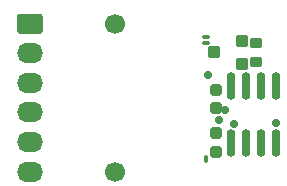
<source format=gts>
G75*
G70*
%OFA0B0*%
%FSLAX25Y25*%
%IPPOS*%
%LPD*%
%AMOC8*
5,1,8,0,0,1.08239X$1,22.5*
%
%AMM22*
21,1,0.040950,0.030320,0.000000,-0.000000,90.000000*
21,1,0.028350,0.042910,0.000000,-0.000000,90.000000*
1,1,0.012600,0.015160,0.014170*
1,1,0.012600,0.015160,-0.014170*
1,1,0.012600,-0.015160,-0.014170*
1,1,0.012600,-0.015160,0.014170*
%
%AMM23*
21,1,0.038980,0.026770,0.000000,-0.000000,270.000000*
21,1,0.026770,0.038980,0.000000,-0.000000,270.000000*
1,1,0.012210,-0.013390,-0.013390*
1,1,0.012210,-0.013390,0.013390*
1,1,0.012210,0.013390,0.013390*
1,1,0.012210,0.013390,-0.013390*
%
%AMM24*
21,1,0.033070,0.030710,0.000000,-0.000000,90.000000*
21,1,0.022050,0.041730,0.000000,-0.000000,90.000000*
1,1,0.011020,0.015350,0.011020*
1,1,0.011020,0.015350,-0.011020*
1,1,0.011020,-0.015350,-0.011020*
1,1,0.011020,-0.015350,0.011020*
%
%ADD13O,0.00984X0.01969*%
%ADD15O,0.01969X0.00984*%
%ADD16C,0.02362*%
%ADD17O,0.08661X0.06693*%
%ADD19C,0.06693*%
%ADD36O,0.02520X0.01535*%
%ADD37O,0.01535X0.02520*%
%ADD42C,0.02913*%
%ADD51O,0.02913X0.09213*%
%ADD63M22*%
%ADD64M23*%
%ADD65M24*%
X0000000Y0000000D02*
%LPD*%
G01*
D13*
X0074557Y0019685D03*
D15*
X0074754Y0060433D03*
X0074754Y0058465D03*
D16*
X0078888Y0032677D03*
X0080955Y0036122D03*
X0083907Y0031496D03*
X0097884Y0031791D03*
D19*
X0044193Y0064829D03*
X0044193Y0015617D03*
G36*
G01*
X0011595Y0062467D02*
X0011595Y0067192D01*
G75*
G02*
X0012579Y0068176I0000984J0000000D01*
G01*
X0019272Y0068176D01*
G75*
G02*
X0020256Y0067192I0000000J-000984D01*
G01*
X0020256Y0062467D01*
G75*
G02*
X0019272Y0061483I-000984J0000000D01*
G01*
X0012579Y0061483D01*
G75*
G02*
X0011595Y0062467I0000000J0000984D01*
G01*
G37*
D17*
X0015925Y0054987D03*
X0015925Y0045144D03*
X0015925Y0035302D03*
X0015925Y0025459D03*
X0015925Y0015617D03*
X0073474Y0062992D02*
G01*
G75*
D37*
X0074557Y0019685D02*
D03*
D36*
X0074754Y0060433D02*
D03*
X0074754Y0058464D02*
D03*
D63*
X0086486Y0051575D02*
D03*
X0077234Y0055315D02*
D03*
D63*
X0086486Y0059055D02*
D03*
D51*
X0098100Y0044016D02*
D03*
X0093100Y0044016D02*
D03*
X0088100Y0044016D02*
D03*
X0083100Y0044016D02*
D03*
X0098100Y0025118D02*
D03*
X0093100Y0025118D02*
D03*
X0088100Y0025118D02*
D03*
X0083100Y0025118D02*
D03*
D64*
X0077805Y0028307D02*
D03*
X0077805Y0022087D02*
D03*
X0077805Y0036653D02*
D03*
X0077805Y0042874D02*
D03*
D65*
X0091387Y0058465D02*
D03*
X0091387Y0052165D02*
D03*
D42*
X0075344Y0047835D02*
D03*
X0097883Y0031791D02*
D03*
X0083907Y0031496D02*
D03*
X0078887Y0032677D02*
D03*
X0080954Y0036122D02*
D03*
M02*

</source>
